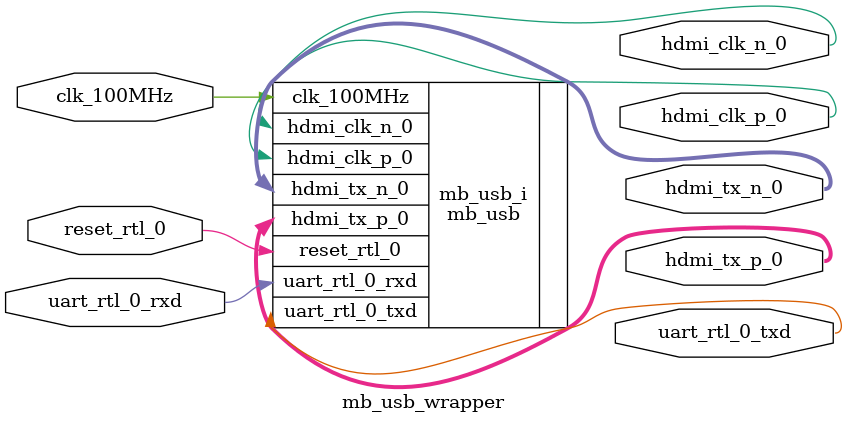
<source format=v>
`timescale 1 ps / 1 ps

module mb_usb_wrapper
   (clk_100MHz,
    hdmi_clk_n_0,
    hdmi_clk_p_0,
    hdmi_tx_n_0,
    hdmi_tx_p_0,
    reset_rtl_0,
    uart_rtl_0_rxd,
    uart_rtl_0_txd);
  input clk_100MHz;
  output hdmi_clk_n_0;
  output hdmi_clk_p_0;
  output [2:0]hdmi_tx_n_0;
  output [2:0]hdmi_tx_p_0;
  input reset_rtl_0;
  input uart_rtl_0_rxd;
  output uart_rtl_0_txd;

  wire clk_100MHz;
  wire hdmi_clk_n_0;
  wire hdmi_clk_p_0;
  wire [2:0]hdmi_tx_n_0;
  wire [2:0]hdmi_tx_p_0;
  wire reset_rtl_0;
  wire uart_rtl_0_rxd;
  wire uart_rtl_0_txd;

  mb_usb mb_usb_i
       (.clk_100MHz(clk_100MHz),
        .hdmi_clk_n_0(hdmi_clk_n_0),
        .hdmi_clk_p_0(hdmi_clk_p_0),
        .hdmi_tx_n_0(hdmi_tx_n_0),
        .hdmi_tx_p_0(hdmi_tx_p_0),
        .reset_rtl_0(reset_rtl_0),
        .uart_rtl_0_rxd(uart_rtl_0_rxd),
        .uart_rtl_0_txd(uart_rtl_0_txd));
endmodule

</source>
